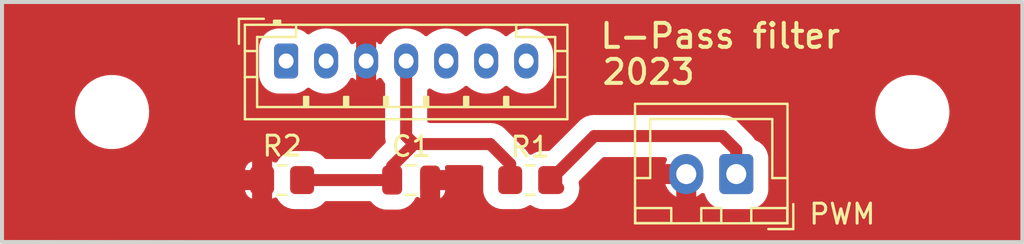
<source format=kicad_pcb>
(kicad_pcb (version 20221018) (generator pcbnew)
  (layers (0 "F.Cu" signal) (31 "B.Cu" signal) (34 "B.Paste" user) (35 "F.Paste" user) (36 "B.SilkS" user "B.Silkscreen") (37 "F.SilkS" user "F.Silkscreen") (38 "B.Mask" user) (39 "F.Mask" user) (44 "Edge.Cuts" user))
  (net 0 "")
  (net 1 "Net-(U1-ADC1)")
  (net 2 "GND")
  (net 3 "Net-(J1-Pin_1)")
  (footprint "Capacitor_SMD:C_0805_2012Metric" (layer "F.Cu") (at 89.45 68.4)
    (fp_text reference "C1" (at 0 -1.68) (layer "F.SilkS"))
    (fp_text value "100u")
    (fp_line (start -0.261252 -0.735) (end 0.261252 -0.735) (stroke (width 0.12)) (layer "F.SilkS"))
    (fp_line (start -0.261252 0.735) (end 0.261252 0.735) (stroke (width 0.12)) (layer "F.SilkS"))
    (pad "1" smd roundrect (at -0.95 0) (size 1 1.45) (layers "F.Cu" "F.Paste" "F.Mask") (net 1 "Net-(U1-ADC1)"))
    (pad "2" smd roundrect (at 0.95 0) (size 1 1.45) (layers "F.Cu" "F.Paste" "F.Mask") (net 2 "GND"))
  )
  (footprint "Connector_JST:JST_PH_B7B-PH-K_1x07_P2.00mm_Vertical" (layer "F.Cu") (at 83.2 62.45)
    (fp_text reference "U1" hide)
    (fp_text value "~")
    (fp_line (start -2.36 -2.11) (end -2.36 -0.86) (stroke (width 0.12)) (layer "F.SilkS"))
    (fp_line (start -2.06 -1.81) (end -2.06 2.91) (stroke (width 0.12)) (layer "F.SilkS"))
    (fp_line (start -2.06 -0.5) (end -1.45 -0.5) (stroke (width 0.12)) (layer "F.SilkS"))
    (fp_line (start -2.06 0.8) (end -1.45 0.8) (stroke (width 0.12)) (layer "F.SilkS"))
    (fp_line (start -2.06 2.91) (end 14.06 2.91) (stroke (width 0.12)) (layer "F.SilkS"))
    (fp_line (start -1.45 -1.2) (end -1.45 2.3) (stroke (width 0.12)) (layer "F.SilkS"))
    (fp_line (start -1.45 2.3) (end 13.45 2.3) (stroke (width 0.12)) (layer "F.SilkS"))
    (fp_line (start -1.11 -2.11) (end -2.36 -2.11) (stroke (width 0.12)) (layer "F.SilkS"))
    (fp_line (start -0.6 -2.01) (end -0.6 -1.81) (stroke (width 0.12)) (layer "F.SilkS"))
    (fp_line (start -0.3 -2.01) (end -0.6 -2.01) (stroke (width 0.12)) (layer "F.SilkS"))
    (fp_line (start -0.3 -1.91) (end -0.6 -1.91) (stroke (width 0.12)) (layer "F.SilkS"))
    (fp_line (start -0.3 -1.81) (end -0.3 -2.01) (stroke (width 0.12)) (layer "F.SilkS"))
    (fp_line (start 0.5 -1.81) (end 0.5 -1.2) (stroke (width 0.12)) (layer "F.SilkS"))
    (fp_line (start 0.5 -1.2) (end -1.45 -1.2) (stroke (width 0.12)) (layer "F.SilkS"))
    (fp_line (start 0.9 1.8) (end 1.1 1.8) (stroke (width 0.12)) (layer "F.SilkS"))
    (fp_line (start 0.9 2.3) (end 0.9 1.8) (stroke (width 0.12)) (layer "F.SilkS"))
    (fp_line (start 1 2.3) (end 1 1.8) (stroke (width 0.12)) (layer "F.SilkS"))
    (fp_line (start 1.1 1.8) (end 1.1 2.3) (stroke (width 0.12)) (layer "F.SilkS"))
    (fp_line (start 2.9 1.8) (end 3.1 1.8) (stroke (width 0.12)) (layer "F.SilkS"))
    (fp_line (start 2.9 2.3) (end 2.9 1.8) (stroke (width 0.12)) (layer "F.SilkS"))
    (fp_line (start 3 2.3) (end 3 1.8) (stroke (width 0.12)) (layer "F.SilkS"))
    (fp_line (start 3.1 1.8) (end 3.1 2.3) (stroke (width 0.12)) (layer "F.SilkS"))
    (fp_line (start 4.9 1.8) (end 5.1 1.8) (stroke (width 0.12)) (layer "F.SilkS"))
    (fp_line (start 4.9 2.3) (end 4.9 1.8) (stroke (width 0.12)) (layer "F.SilkS"))
    (fp_line (start 5 2.3) (end 5 1.8) (stroke (width 0.12)) (layer "F.SilkS"))
    (fp_line (start 5.1 1.8) (end 5.1 2.3) (stroke (width 0.12)) (layer "F.SilkS"))
    (fp_line (start 6.9 1.8) (end 7.1 1.8) (stroke (width 0.12)) (layer "F.SilkS"))
    (fp_line (start 6.9 2.3) (end 6.9 1.8) (stroke (width 0.12)) (layer "F.SilkS"))
    (fp_line (start 7 2.3) (end 7 1.8) (stroke (width 0.12)) (layer "F.SilkS"))
    (fp_line (start 7.1 1.8) (end 7.1 2.3) (stroke (width 0.12)) (layer "F.SilkS"))
    (fp_line (start 8.9 1.8) (end 9.1 1.8) (stroke (width 0.12)) (layer "F.SilkS"))
    (fp_line (start 8.9 2.3) (end 8.9 1.8) (stroke (width 0.12)) (layer "F.SilkS"))
    (fp_line (start 9 2.3) (end 9 1.8) (stroke (width 0.12)) (layer "F.SilkS"))
    (fp_line (start 9.1 1.8) (end 9.1 2.3) (stroke (width 0.12)) (layer "F.SilkS"))
    (fp_line (start 10.9 1.8) (end 11.1 1.8) (stroke (width 0.12)) (layer "F.SilkS"))
    (fp_line (start 10.9 2.3) (end 10.9 1.8) (stroke (width 0.12)) (layer "F.SilkS"))
    (fp_line (start 11 2.3) (end 11 1.8) (stroke (width 0.12)) (layer "F.SilkS"))
    (fp_line (start 11.1 1.8) (end 11.1 2.3) (stroke (width 0.12)) (layer "F.SilkS"))
    (fp_line (start 11.5 -1.2) (end 11.5 -1.81) (stroke (width 0.12)) (layer "F.SilkS"))
    (fp_line (start 13.45 -1.2) (end 11.5 -1.2) (stroke (width 0.12)) (layer "F.SilkS"))
    (fp_line (start 13.45 2.3) (end 13.45 -1.2) (stroke (width 0.12)) (layer "F.SilkS"))
    (fp_line (start 14.06 -1.81) (end -2.06 -1.81) (stroke (width 0.12)) (layer "F.SilkS"))
    (fp_line (start 14.06 -0.5) (end 13.45 -0.5) (stroke (width 0.12)) (layer "F.SilkS"))
    (fp_line (start 14.06 0.8) (end 13.45 0.8) (stroke (width 0.12)) (layer "F.SilkS"))
    (fp_line (start 14.06 2.91) (end 14.06 -1.81) (stroke (width 0.12)) (layer "F.SilkS"))
    (pad "1" thru_hole roundrect (at 0 0) (size 1.2 1.75) (drill 0.75) (layers "*.Cu" "*.Mask") (roundrect_rratio 0.208333))
    (pad "2" thru_hole oval (at 2 0) (size 1.2 1.75) (drill 0.75) (layers "*.Cu" "*.Mask"))
    (pad "3" thru_hole oval (at 4 0) (size 1.2 1.75) (drill 0.75) (layers "*.Cu" "*.Mask") (net 2 "GND"))
    (pad "4" thru_hole oval (at 6 0) (size 1.2 1.75) (drill 0.75) (layers "*.Cu" "*.Mask") (net 1 "Net-(U1-ADC1)"))
    (pad "5" thru_hole oval (at 8 0) (size 1.2 1.75) (drill 0.75) (layers "*.Cu" "*.Mask"))
    (pad "6" thru_hole oval (at 10 0) (size 1.2 1.75) (drill 0.75) (layers "*.Cu" "*.Mask"))
    (pad "7" thru_hole oval (at 12 0) (size 1.2 1.75) (drill 0.75) (layers "*.Cu" "*.Mask"))
  )
  (footprint "MountingHole:MountingHole_3.2mm_M3" (layer "F.Cu") (at 74.5 65)
    (fp_text reference "H1" hide)
    (fp_text value "MountingHole")
    (pad "" np_thru_hole circle (at 0 0) (size 3.2 3.2) (drill 3.2) (layers "*.Cu" "*.Mask"))
  )
  (footprint "MountingHole:MountingHole_3.2mm_M3" (layer "F.Cu") (at 114.5 65)
    (fp_text reference "H2" hide)
    (fp_text value "MountingHole")
    (pad "" np_thru_hole circle (at 0 0) (size 3.2 3.2) (drill 3.2) (layers "*.Cu" "*.Mask"))
  )
  (footprint "Connector_JST:JST_XH_B2B-XH-A_1x02_P2.50mm_Vertical" (layer "F.Cu") (at 105.7 68.1 180)
    (fp_text reference "J1" hide)
    (fp_text value "PWM" (at -5.3 -2) (layer "F.SilkS"))
    (fp_line (start -2.85 -2.75) (end -2.85 -1.5) (stroke (width 0.12)) (layer "F.SilkS"))
    (fp_line (start -2.56 -2.46) (end -2.56 3.51) (stroke (width 0.12)) (layer "F.SilkS"))
    (fp_line (start -2.56 3.51) (end 5.06 3.51) (stroke (width 0.12)) (layer "F.SilkS"))
    (fp_line (start -2.55 -2.45) (end -2.55 -1.7) (stroke (width 0.12)) (layer "F.SilkS"))
    (fp_line (start -2.55 -1.7) (end -0.75 -1.7) (stroke (width 0.12)) (layer "F.SilkS"))
    (fp_line (start -2.55 -0.2) (end -1.8 -0.2) (stroke (width 0.12)) (layer "F.SilkS"))
    (fp_line (start -1.8 -0.2) (end -1.8 2.75) (stroke (width 0.12)) (layer "F.SilkS"))
    (fp_line (start -1.8 2.75) (end 1.25 2.75) (stroke (width 0.12)) (layer "F.SilkS"))
    (fp_line (start -1.6 -2.75) (end -2.85 -2.75) (stroke (width 0.12)) (layer "F.SilkS"))
    (fp_line (start -0.75 -2.45) (end -2.55 -2.45) (stroke (width 0.12)) (layer "F.SilkS"))
    (fp_line (start -0.75 -1.7) (end -0.75 -2.45) (stroke (width 0.12)) (layer "F.SilkS"))
    (fp_line (start 0.75 -2.45) (end 0.75 -1.7) (stroke (width 0.12)) (layer "F.SilkS"))
    (fp_line (start 0.75 -1.7) (end 1.75 -1.7) (stroke (width 0.12)) (layer "F.SilkS"))
    (fp_line (start 1.75 -2.45) (end 0.75 -2.45) (stroke (width 0.12)) (layer "F.SilkS"))
    (fp_line (start 1.75 -1.7) (end 1.75 -2.45) (stroke (width 0.12)) (layer "F.SilkS"))
    (fp_line (start 3.25 -2.45) (end 3.25 -1.7) (stroke (width 0.12)) (layer "F.SilkS"))
    (fp_line (start 3.25 -1.7) (end 5.05 -1.7) (stroke (width 0.12)) (layer "F.SilkS"))
    (fp_line (start 4.3 -0.2) (end 4.3 2.75) (stroke (width 0.12)) (layer "F.SilkS"))
    (fp_line (start 4.3 2.75) (end 1.25 2.75) (stroke (width 0.12)) (layer "F.SilkS"))
    (fp_line (start 5.05 -2.45) (end 3.25 -2.45) (stroke (width 0.12)) (layer "F.SilkS"))
    (fp_line (start 5.05 -1.7) (end 5.05 -2.45) (stroke (width 0.12)) (layer "F.SilkS"))
    (fp_line (start 5.05 -0.2) (end 4.3 -0.2) (stroke (width 0.12)) (layer "F.SilkS"))
    (fp_line (start 5.06 -2.46) (end -2.56 -2.46) (stroke (width 0.12)) (layer "F.SilkS"))
    (fp_line (start 5.06 3.51) (end 5.06 -2.46) (stroke (width 0.12)) (layer "F.SilkS"))
    (pad "1" thru_hole roundrect (at 0 0 180) (size 1.7 2) (drill 1) (layers "*.Cu" "*.Mask") (roundrect_rratio 0.147059) (net 3 "Net-(J1-Pin_1)"))
    (pad "2" thru_hole oval (at 2.5 0 180) (size 1.7 2) (drill 1) (layers "*.Cu" "*.Mask") (net 2 "GND"))
  )
  (footprint "Resistor_SMD:R_0805_2012Metric_Pad1.20x1.40mm_HandSolder" (layer "F.Cu") (at 95.4 68.4)
    (fp_text reference "R1" (at 0 -1.65) (layer "F.SilkS"))
    (fp_text value "150")
    (fp_line (start -0.227064 -0.735) (end 0.227064 -0.735) (stroke (width 0.12)) (layer "F.SilkS"))
    (fp_line (start -0.227064 0.735) (end 0.227064 0.735) (stroke (width 0.12)) (layer "F.SilkS"))
    (pad "1" smd roundrect (at -1 0) (size 1.2 1.4) (layers "F.Cu" "F.Paste" "F.Mask") (roundrect_rratio 0.208333) (net 1 "Net-(U1-ADC1)"))
    (pad "2" smd roundrect (at 1 0) (size 1.2 1.4) (layers "F.Cu" "F.Paste" "F.Mask") (roundrect_rratio 0.208333) (net 3 "Net-(J1-Pin_1)"))
  )
  (footprint "Resistor_SMD:R_0805_2012Metric_Pad1.20x1.40mm_HandSolder" (layer "F.Cu") (at 83 68.4 180)
    (fp_text reference "R2" (at 0 1.7) (layer "F.SilkS"))
    (fp_text value "100k")
    (fp_line (start -0.227064 -0.735) (end 0.227064 -0.735) (stroke (width 0.12)) (layer "F.SilkS"))
    (fp_line (start -0.227064 0.735) (end 0.227064 0.735) (stroke (width 0.12)) (layer "F.SilkS"))
    (pad "1" smd roundrect (at -1 0 180) (size 1.2 1.4) (layers "F.Cu" "F.Paste" "F.Mask") (roundrect_rratio 0.208333) (net 1 "Net-(U1-ADC1)"))
    (pad "2" smd roundrect (at 1 0 180) (size 1.2 1.4) (layers "F.Cu" "F.Paste" "F.Mask") (roundrect_rratio 0.208333) (net 2 "GND"))
  )
  (gr_rect (start 69 59.5) (end 120 71.5) (stroke (width 0.2)) (fill none) (layer "Edge.Cuts"))
  (gr_text "2023" (at 98.9 63.7) (layer "F.SilkS") (effects (font (size 1.2 1.2) (thickness 0.2) bold) (justify left bottom)))
  (gr_text "L-Pass filter" (at 98.8 61.9) (layer "F.SilkS") (effects (font (size 1.2 1.2) (thickness 0.2) bold) (justify left bottom)))
  (segment (start 94.4 67.6) (end 93.4 66.6) (width 0.6) (layer "F.Cu") (net 1))
  (segment (start 94.4 68.4) (end 94.4 67.6) (width 0.6) (layer "F.Cu") (net 1))
  (segment (start 93.4 66.6) (end 89.6 66.6) (width 0.6) (layer "F.Cu") (net 1))
  (segment (start 84 68.4) (end 88.5 68.4) (width 0.6) (layer "F.Cu") (net 1))
  (segment (start 88.5 67.7) (end 88.5 68.4) (width 0.6) (layer "F.Cu") (net 1))
  (segment (start 89.2 66.2) (end 89.2 62.45) (width 0.6) (layer "F.Cu") (net 1))
  (segment (start 89.6 66.6) (end 89.2 66.2) (width 0.6) (layer "F.Cu") (net 1))
  (segment (start 89.6 66.6) (end 88.5 67.7) (width 0.6) (layer "F.Cu") (net 1))
  (segment (start 98.6 66.2) (end 96.4 68.4) (width 0.6) (layer "F.Cu") (net 3))
  (segment (start 105.7 66.9) (end 105 66.2) (width 0.6) (layer "F.Cu") (net 3))
  (segment (start 105.7 68.1) (end 105.7 66.9) (width 0.6) (layer "F.Cu") (net 3))
  (segment (start 105 66.2) (end 98.6 66.2) (width 0.6) (layer "F.Cu") (net 3))
  (segment (start 96.8 68.8) (end 96.4 68.4) (width 0.6) (layer "F.Cu") (net 3))
  (zone (net 2) (net_name "GND") (layer "F.Cu") (connect_pads (clearance 0.75)) (min_thickness 0.25) (fill yes (thermal_gap 0.25) (thermal_bridge_width 1))
    (polygon (pts (xy 69 59.5) (xy 69 71.4) (xy 120 71.5) (xy 120 59.5)))
  )
)
</source>
